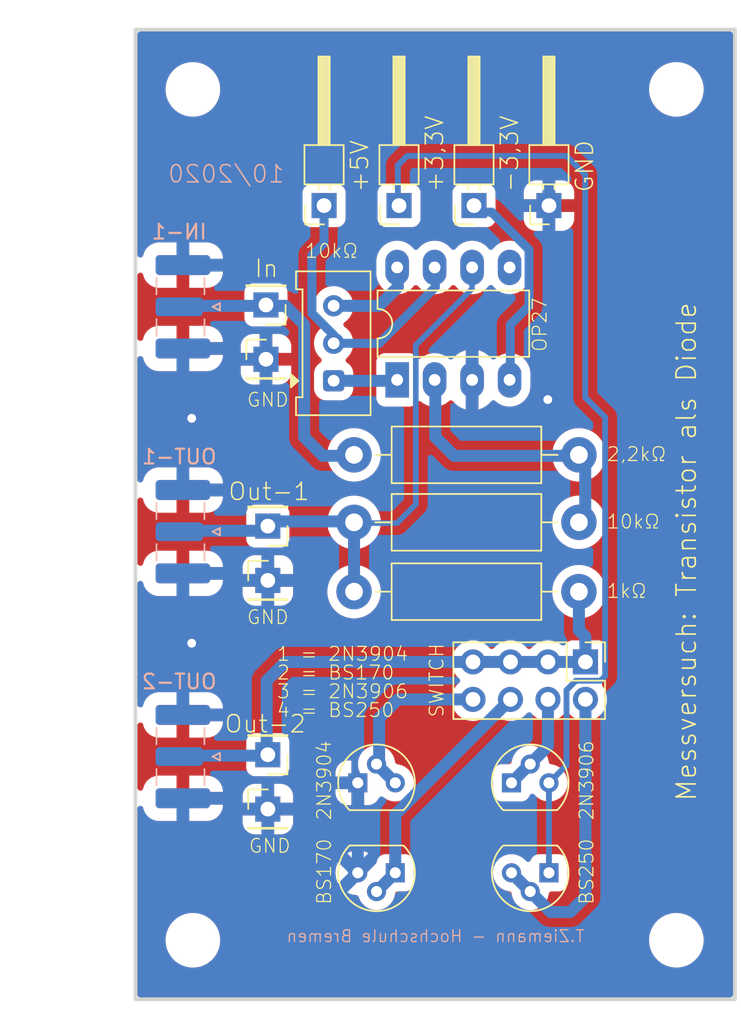
<source format=kicad_pcb>
(kicad_pcb (version 20241229) (generator "pcbnew") (generator_version "9.0")
  (title_block (title "Transistors as Diodes") (date "2024-11-26") (rev "1.1"))
  (layers (0 "F.Cu" signal) (2 "B.Cu" signal) (13 "F.Paste" user) (15 "B.Paste" user) (5 "F.SilkS" user "F.Silkscreen") (7 "B.SilkS" user "B.Silkscreen") (1 "F.Mask" user) (3 "B.Mask" user) (25 "Edge.Cuts" user))
  (net 0 "")
  (net 1 "GND")
  (net 2 "/IN-1")
  (net 3 "/OUT-1")
  (net 4 "/OUT-2")
  (net 5 "/2N3904")
  (net 6 "/BS170")
  (net 7 "/2N3906")
  (net 8 "/BS250")
  (net 9 "Net-(U1--)")
  (net 11 "Net-(RV1-Pad3)")
  (net 12 "Net-(RV1-Pad1)")
  (net 13 "+3V3")
  (net 14 "-3V3")
  (net 15 "+5V")
  (footprint "MountingHole:MountingHole_3.2mm_M3" (layer "F.Cu") (at 157.3049 56.01465)
    (property "Reference" "H2" (hide yes))
    (property "Value" "MountingHole" (hide yes))
    (pad "" np_thru_hole circle (at 0 0) (size 3.2 3.2) (drill 3.2) (layers "*.Cu" "*.Mask"))
  )
  (footprint "Connector_PinHeader_2.54mm:PinHeader_1x01_P2.54mm_Vertical" (layer "F.Cu") (at 129.6189 101.09965 180)
    (property "Reference" "OUT-4" (hide yes))
    (property "Value" "Conn_01x01_Pin" (hide yes))
    (fp_line (start 1.33 1.27) (end 1.33 1.33) (stroke (width 0.12)) (layer "F.SilkS"))
    (fp_line (start -1.33 1.33) (end 1.33 1.33) (stroke (width 0.12)) (layer "F.SilkS"))
    (fp_line (start -1.33 1.27) (end 1.33 1.27) (stroke (width 0.12)) (layer "F.SilkS"))
    (fp_line (start -1.33 1.27) (end -1.33 1.33) (stroke (width 0.12)) (layer "F.SilkS"))
    (fp_line (start -1.33 0) (end -1.33 -1.33) (stroke (width 0.12)) (layer "F.SilkS"))
    (fp_line (start -1.33 -1.33) (end 0 -1.33) (stroke (width 0.12)) (layer "F.SilkS"))
    (pad "1" thru_hole rect (at 0 0 180) (size 1.7 1.7) (drill 1) (layers "*.Cu" "*.Mask") (net 4 "/OUT-2"))
  )
  (footprint "Connector_PinHeader_2.54mm:PinHeader_1x01_P2.54mm_Vertical" (layer "F.Cu") (at 129.4919 70.61965 180)
    (property "Reference" "IN-2" (hide yes))
    (property "Value" "Conn_01x01_Pin" (hide yes))
    (fp_line (start 1.33 1.27) (end 1.33 1.33) (stroke (width 0.12)) (layer "F.SilkS"))
    (fp_line (start -1.33 1.33) (end 1.33 1.33) (stroke (width 0.12)) (layer "F.SilkS"))
    (fp_line (start -1.33 1.27) (end 1.33 1.27) (stroke (width 0.12)) (layer "F.SilkS"))
    (fp_line (start -1.33 1.27) (end -1.33 1.33) (stroke (width 0.12)) (layer "F.SilkS"))
    (fp_line (start -1.33 0) (end -1.33 -1.33) (stroke (width 0.12)) (layer "F.SilkS"))
    (fp_line (start -1.33 -1.33) (end 0 -1.33) (stroke (width 0.12)) (layer "F.SilkS"))
    (pad "1" thru_hole rect (at 0 0 180) (size 1.7 1.7) (drill 1) (layers "*.Cu" "*.Mask") (net 2 "/IN-1"))
  )
  (footprint "Package_DIP:DIP-8_W7.62mm_LongPads" (layer "F.Cu") (at 138.3819 75.69965 90)
    (property "Reference" "U1" (hide yes))
    (property "Value" "~")
    (fp_line (start 6.06 -1.33) (end 4.81 -1.33) (stroke (width 0.12)) (layer "F.SilkS"))
    (fp_line (start 2.81 -1.33) (end 1.56 -1.33) (stroke (width 0.12)) (layer "F.SilkS"))
    (fp_line (start 1.56 -1.33) (end 1.56 8.95) (stroke (width 0.12)) (layer "F.SilkS"))
    (fp_line (start 6.06 8.95) (end 6.06 -1.33) (stroke (width 0.12)) (layer "F.SilkS"))
    (fp_line (start 1.56 8.95) (end 6.06 8.95) (stroke (width 0.12)) (layer "F.SilkS"))
    (fp_arc (start 4.81 -1.33) (mid 3.81 -0.33) (end 2.81 -1.33) (stroke (width 0.12)) (layer "F.SilkS"))
    (pad "1" thru_hole rect (at 0 0 90) (size 2.4 1.6) (drill 0.8) (layers "*.Cu" "*.Mask") (net 12 "Net-(RV1-Pad1)"))
    (pad "2" thru_hole oval (at 0 2.54 90) (size 2.4 1.6) (drill 0.8) (layers "*.Cu" "*.Mask") (net 9 "Net-(U1--)"))
    (pad "3" thru_hole oval (at 0 5.08 90) (size 2.4 1.6) (drill 0.8) (layers "*.Cu" "*.Mask") (net 1 "GND"))
    (pad "4" thru_hole oval (at 0 7.62 90) (size 2.4 1.6) (drill 0.8) (layers "*.Cu" "*.Mask") (net 14 "-3V3"))
    (pad "5" thru_hole oval (at 7.62 7.62 90) (size 2.4 1.6) (drill 0.8) (layers "*.Cu" "*.Mask"))
    (pad "6" thru_hole oval (at 7.62 5.08 90) (size 2.4 1.6) (drill 0.8) (layers "*.Cu" "*.Mask") (net 3 "/OUT-1"))
    (pad "7" thru_hole oval (at 7.62 2.54 90) (size 2.4 1.6) (drill 0.8) (layers "*.Cu" "*.Mask") (net 15 "+5V"))
    (pad "8" thru_hole oval (at 7.62 0 90) (size 2.4 1.6) (drill 0.8) (layers "*.Cu" "*.Mask") (net 11 "Net-(RV1-Pad3)"))
  )
  (footprint "Connector_PinHeader_2.54mm:PinHeader_1x01_P2.54mm_Vertical" (layer "F.Cu") (at 129.6189 85.60565 180)
    (property "Reference" "OUT-3" (hide yes))
    (property "Value" "Conn_01x01_Pin")
    (fp_line (start 1.33 1.27) (end 1.33 1.33) (stroke (width 0.12)) (layer "F.SilkS"))
    (fp_line (start -1.33 1.33) (end 1.33 1.33) (stroke (width 0.12)) (layer "F.SilkS"))
    (fp_line (start -1.33 1.27) (end 1.33 1.27) (stroke (width 0.12)) (layer "F.SilkS"))
    (fp_line (start -1.33 1.27) (end -1.33 1.33) (stroke (width 0.12)) (layer "F.SilkS"))
    (fp_line (start -1.33 0) (end -1.33 -1.33) (stroke (width 0.12)) (layer "F.SilkS"))
    (fp_line (start -1.33 -1.33) (end 0 -1.33) (stroke (width 0.12)) (layer "F.SilkS"))
    (pad "1" thru_hole rect (at 0 0 180) (size 1.7 1.7) (drill 1) (layers "*.Cu" "*.Mask") (net 3 "/OUT-1"))
  )
  (footprint "Connector_PinHeader_2.54mm:PinHeader_1x01_P2.54mm_Vertical" (layer "F.Cu") (at 129.4919 74.30265)
    (property "Reference" "GND1" (hide yes))
    (property "Value" "Conn_01x01_Pin")
    (fp_line (start -1.33 -1.33) (end 0 -1.33) (stroke (width 0.12)) (layer "F.SilkS"))
    (fp_line (start -1.33 0) (end -1.33 -1.33) (stroke (width 0.12)) (layer "F.SilkS"))
    (fp_line (start -1.33 1.27) (end -1.33 1.33) (stroke (width 0.12)) (layer "F.SilkS"))
    (fp_line (start -1.33 1.27) (end 1.33 1.27) (stroke (width 0.12)) (layer "F.SilkS"))
    (fp_line (start -1.33 1.33) (end 1.33 1.33) (stroke (width 0.12)) (layer "F.SilkS"))
    (fp_line (start 1.33 1.27) (end 1.33 1.33) (stroke (width 0.12)) (layer "F.SilkS"))
    (pad "1" thru_hole rect (at 0 0) (size 1.7 1.7) (drill 1) (layers "*.Cu" "*.Mask") (net 1 "GND"))
  )
  (footprint "Resistor_THT:R_Axial_DIN0411_L9.9mm_D3.6mm_P15.24mm_Horizontal" (layer "F.Cu") (at 135.4609 90.05065)
    (property "Reference" "R3" (hide yes))
    (property "Value" "1k")
    (fp_line (start 1.44 0) (end 2.55 0) (stroke (width 0.12)) (layer "F.SilkS"))
    (fp_line (start 2.55 -1.92) (end 2.55 1.92) (stroke (width 0.12)) (layer "F.SilkS"))
    (fp_line (start 2.55 1.92) (end 12.69 1.92) (stroke (width 0.12)) (layer "F.SilkS"))
    (fp_line (start 12.69 -1.92) (end 2.55 -1.92) (stroke (width 0.12)) (layer "F.SilkS"))
    (fp_line (start 12.69 1.92) (end 12.69 -1.92) (stroke (width 0.12)) (layer "F.SilkS"))
    (fp_line (start 13.8 0) (end 12.69 0) (stroke (width 0.12)) (layer "F.SilkS"))
    (pad "1" thru_hole circle (at 0 0) (size 2.4 2.4) (drill 1.2) (layers "*.Cu" "*.Mask") (net 3 "/OUT-1"))
    (pad "2" thru_hole oval (at 15.24 0) (size 2.4 2.4) (drill 1.2) (layers "*.Cu" "*.Mask") (net 4 "/OUT-2"))
  )
  (footprint "Package_TO_SOT_THT:TO-92" (layer "F.Cu") (at 148.6689 109.10065 180)
    (property "Reference" "Q4" (hide yes))
    (property "Value" "BS250")
    (fp_line (start -0.53 1.85) (end 3.07 1.85) (stroke (width 0.12)) (layer "F.SilkS"))
    (fp_arc (start 1.27 -2.6) (mid 3.672087 -0.994977) (end 3.108478 1.838478) (stroke (width 0.12)) (layer "F.SilkS"))
    (fp_arc (start -0.568478 1.838478) (mid -1.132087 -0.994977) (end 1.27 -2.6) (stroke (width 0.12)) (layer "F.SilkS"))
    (pad "1" thru_hole rect (at 0 0 180) (size 1.3 1.3) (drill 0.75) (layers "*.Cu" "*.Mask") (net 13 "+3V3"))
    (pad "2" thru_hole circle (at 1.27 -1.27 180) (size 1.3 1.3) (drill 0.75) (layers "*.Cu" "*.Mask") (net 8 "/BS250"))
    (pad "3" thru_hole circle (at 2.54 0 180) (size 1.3 1.3) (drill 0.75) (layers "*.Cu" "*.Mask") (net 8 "/BS250"))
  )
  (footprint "MountingHole:MountingHole_3.2mm_M3" (layer "F.Cu") (at 124.5389 56.01465)
    (property "Reference" "H1" (hide yes))
    (property "Value" "MountingHole" (hide yes))
    (pad "" np_thru_hole circle (at 0 0) (size 3.2 3.2) (drill 3.2) (layers "*.Cu" "*.Mask"))
  )
  (footprint "Resistor_THT:R_Axial_DIN0411_L9.9mm_D3.6mm_P15.24mm_Horizontal" (layer "F.Cu") (at 150.7009 85.35165 180)
    (property "Reference" "R2" (hide yes))
    (property "Value" "10k")
    (fp_line (start 13.8 0) (end 12.69 0) (stroke (width 0.12)) (layer "F.SilkS"))
    (fp_line (start 12.69 1.92) (end 12.69 -1.92) (stroke (width 0.12)) (layer "F.SilkS"))
    (fp_line (start 12.69 -1.92) (end 2.55 -1.92) (stroke (width 0.12)) (layer "F.SilkS"))
    (fp_line (start 2.55 1.92) (end 12.69 1.92) (stroke (width 0.12)) (layer "F.SilkS"))
    (fp_line (start 2.55 -1.92) (end 2.55 1.92) (stroke (width 0.12)) (layer "F.SilkS"))
    (fp_line (start 1.44 0) (end 2.55 0) (stroke (width 0.12)) (layer "F.SilkS"))
    (pad "1" thru_hole circle (at 0 0 180) (size 2.4 2.4) (drill 1.2) (layers "*.Cu" "*.Mask") (net 9 "Net-(U1--)"))
    (pad "2" thru_hole oval (at 15.24 0 180) (size 2.4 2.4) (drill 1.2) (layers "*.Cu" "*.Mask") (net 3 "/OUT-1"))
  )
  (footprint "Connector_PinHeader_2.54mm:PinHeader_1x01_P2.54mm_Horizontal" (layer "F.Cu") (at 138.5089 63.88865 90)
    (property "Reference" "+2" (hide yes))
    (property "Value" "Conn_01x01_Pin" (hide yes))
    (fp_line (start 4.1 -1.33) (end 1.44 -1.33) (stroke (width 0.12)) (layer "F.SilkS"))
    (fp_line (start 1.44 -1.33) (end 1.44 1.33) (stroke (width 0.12)) (layer "F.SilkS"))
    (fp_line (start -1.27 -1.27) (end 0 -1.27) (stroke (width 0.12)) (layer "F.SilkS"))
    (fp_line (start 10.1 -0.38) (end 10.1 0.38) (stroke (width 0.12)) (layer "F.SilkS"))
    (fp_line (start 4.1 -0.38) (end 10.1 -0.38) (stroke (width 0.12)) (layer "F.SilkS"))
    (fp_line (start 1.11 -0.38) (end 1.44 -0.38) (stroke (width 0.12)) (layer "F.SilkS"))
    (fp_line (start 4.1 -0.32) (end 10.1 -0.32) (stroke (width 0.12)) (layer "F.SilkS"))
    (fp_line (start 4.1 -0.2) (end 10.1 -0.2) (stroke (width 0.12)) (layer "F.SilkS"))
    (fp_line (start 4.1 -0.08) (end 10.1 -0.08) (stroke (width 0.12)) (layer "F.SilkS"))
    (fp_line (start -1.27 0) (end -1.27 -1.27) (stroke (width 0.12)) (layer "F.SilkS"))
    (fp_line (start 4.1 0.04) (end 10.1 0.04) (stroke (width 0.12)) (layer "F.SilkS"))
    (fp_line (start 4.1 0.16) (end 10.1 0.16) (stroke (width 0.12)) (layer "F.SilkS"))
    (fp_line (start 4.1 0.28) (end 10.1 0.28) (stroke (width 0.12)) (layer "F.SilkS"))
    (fp_line (start 10.1 0.38) (end 4.1 0.38) (stroke (width 0.12)) (layer "F.SilkS"))
    (fp_line (start 1.11 0.38) (end 1.44 0.38) (stroke (width 0.12)) (layer "F.SilkS"))
    (fp_line (start 4.1 1.33) (end 4.1 -1.33) (stroke (width 0.12)) (layer "F.SilkS"))
    (fp_line (start 1.44 1.33) (end 4.1 1.33) (stroke (width 0.12)) (layer "F.SilkS"))
    (pad "1" thru_hole rect (at 0 0 90) (size 1.7 1.7) (drill 1) (layers "*.Cu" "*.Mask") (net 13 "+3V3"))
  )
  (footprint "MountingHole:MountingHole_3.2mm_M3" (layer "F.Cu") (at 124.5389 113.67265)
    (property "Reference" "H3" (hide yes))
    (property "Value" "MountingHole" (hide yes))
    (pad "" np_thru_hole circle (at 0 0) (size 3.2 3.2) (drill 3.2) (layers "*.Cu" "*.Mask"))
  )
  (footprint "Connector_PinHeader_2.54mm:PinHeader_1x01_P2.54mm_Horizontal" (layer "F.Cu") (at 133.4289 63.88865 90)
    (property "Reference" "ST01" (hide yes))
    (property "Value" "Conn_01x01_Pin" (hide yes))
    (fp_line (start 4.1 -1.33) (end 1.44 -1.33) (stroke (width 0.12)) (layer "F.SilkS"))
    (fp_line (start 1.44 -1.33) (end 1.44 1.33) (stroke (width 0.12)) (layer "F.SilkS"))
    (fp_line (start -1.27 -1.27) (end 0 -1.27) (stroke (width 0.12)) (layer "F.SilkS"))
    (fp_line (start 10.1 -0.38) (end 10.1 0.38) (stroke (width 0.12)) (layer "F.SilkS"))
    (fp_line (start 4.1 -0.38) (end 10.1 -0.38) (stroke (width 0.12)) (layer "F.SilkS"))
    (fp_line (start 1.11 -0.38) (end 1.44 -0.38) (stroke (width 0.12)) (layer "F.SilkS"))
    (fp_line (start 4.1 -0.32) (end 10.1 -0.32) (stroke (width 0.12)) (layer "F.SilkS"))
    (fp_line (start 4.1 -0.2) (end 10.1 -0.2) (stroke (width 0.12)) (layer "F.SilkS"))
    (fp_line (start 4.1 -0.08) (end 10.1 -0.08) (stroke (width 0.12)) (layer "F.SilkS"))
    (fp_line (start -1.27 0) (end -1.27 -1.27) (stroke (width 0.12)) (layer "F.SilkS"))
    (fp_line (start 4.1 0.04) (end 10.1 0.04) (stroke (width 0.12)) (layer "F.SilkS"))
    (fp_line (start 4.1 0.16) (end 10.1 0.16) (stroke (width 0.12)) (layer "F.SilkS"))
    (fp_line (start 4.1 0.28) (end 10.1 0.28) (stroke (width 0.12)) (layer "F.SilkS"))
    (fp_line (start 10.1 0.38) (end 4.1 0.38) (stroke (width 0.12)) (layer "F.SilkS"))
    (fp_line (start 1.11 0.38) (end 1.44 0.38) (stroke (width 0.12)) (layer "F.SilkS"))
    (fp_line (start 4.1 1.33) (end 4.1 -1.33) (stroke (width 0.12)) (layer "F.SilkS"))
    (fp_line (start 1.44 1.33) (end 4.1 1.33) (stroke (width 0.12)) (layer "F.SilkS"))
    (pad "1" thru_hole rect (at 0 0 90) (size 1.7 1.7) (drill 1) (layers "*.Cu" "*.Mask") (net 15 "+5V"))
  )
  (footprint "Connector_PinHeader_2.54mm:PinHeader_1x01_P2.54mm_Horizontal" (layer "F.Cu") (at 143.5889 63.88865 90)
    (property "Reference" "-1" (hide yes))
    (property "Value" "Conn_01x01_Pin" (hide yes))
    (fp_line (start 4.1 -1.33) (end 1.44 -1.33) (stroke (width 0.12)) (layer "F.SilkS"))
    (fp_line (start 1.44 -1.33) (end 1.44 1.33) (stroke (width 0.12)) (layer "F.SilkS"))
    (fp_line (start -1.27 -1.27) (end 0 -1.27) (stroke (width 0.12)) (layer "F.SilkS"))
    (fp_line (start 10.1 -0.38) (end 10.1 0.38) (stroke (width 0.12)) (layer "F.SilkS"))
    (fp_line (start 4.1 -0.38) (end 10.1 -0.38) (stroke (width 0.12)) (layer "F.SilkS"))
    (fp_line (start 1.11 -0.38) (end 1.44 -0.38) (stroke (width 0.12)) (layer "F.SilkS"))
    (fp_line (start 4.1 -0.32) (end 10.1 -0.32) (stroke (width 0.12)) (layer "F.SilkS"))
    (fp_line (start 4.1 -0.2) (end 10.1 -0.2) (stroke (width 0.12)) (layer "F.SilkS"))
    (fp_line (start 4.1 -0.08) (end 10.1 -0.08) (stroke (width 0.12)) (layer "F.SilkS"))
    (fp_line (start -1.27 0) (end -1.27 -1.27) (stroke (width 0.12)) (layer "F.SilkS"))
    (fp_line (start 4.1 0.04) (end 10.1 0.04) (stroke (width 0.12)) (layer "F.SilkS"))
    (fp_line (start 4.1 0.16) (end 10.1 0.16) (stroke (width 0.12)) (layer "F.SilkS"))
    (fp_line (start 4.1 0.28) (end 10.1 0.28) (stroke (width 0.12)) (layer "F.SilkS"))
    (fp_line (start 10.1 0.38) (end 4.1 0.38) (stroke (width 0.12)) (layer "F.SilkS"))
    (fp_line (start 1.11 0.38) (end 1.44 0.38) (stroke (width 0.12)) (layer "F.SilkS"))
    (fp_line (start 4.1 1.33) (end 4.1 -1.33) (stroke (width 0.12)) (layer "F.SilkS"))
    (fp_line (start 1.44 1.33) (end 4.1 1.33) (stroke (width 0.12)) (layer "F.SilkS"))
    (pad "1" thru_hole rect (at 0 0 90) (size 1.7 1.7) (drill 1) (layers "*.Cu" "*.Mask") (net 14 "-3V3"))
  )
  (footprint "MountingHole:MountingHole_3.2mm_M3" (layer "F.Cu") (at 157.3049 113.67265)
    (property "Reference" "H4" (hide yes))
    (property "Value" "MountingHole" (hide yes))
    (pad "" np_thru_hole circle (at 0 0) (size 3.2 3.2) (drill 3.2) (layers "*.Cu" "*.Mask"))
  )
  (footprint "Potentiometer_THT:Potentiometer_Bourns_3386W_Horizontal" (layer "F.Cu") (at 134.07899 75.758883 90)
    (property "Reference" "RV1" (hide yes))
    (property "Value" "10k")
    (fp_line (start 6.195 -2.55) (end 7.415 -2.55) (stroke (width 0.12)) (layer "F.SilkS"))
    (fp_line (start 6.195 -2.55) (end 6.195 -2.11) (stroke (width 0.12)) (layer "F.SilkS"))
    (fp_line (start -1.115 -2.55) (end -2.335 -2.55) (stroke (width 0.12)) (layer "F.SilkS"))
    (fp_line (start -1.115 -2.55) (end -1.115 -2.11) (stroke (width 0.12)) (layer "F.SilkS"))
    (fp_line (start -2.335 -2.55) (end -2.335 2.5) (stroke (width 0.12)) (layer "F.SilkS"))
    (fp_line (start -1.115 -2.11) (end 6.195 -2.11) (stroke (width 0.12)) (layer "F.SilkS"))
    (fp_line (start 7.415 2.5) (end 7.415 -2.55) (stroke (width 0.12)) (layer "F.SilkS"))
    (fp_line (start -2.335 2.5) (end 7.415 2.5) (stroke (width 0.12)) (layer "F.SilkS"))
    (fp_poly (pts (xy 0 -2.4) (xy 0.45 -2.9) (xy -0.45 -2.9)) (stroke (width 0.12)) (fill yes) (layer "F.SilkS"))
    (pad "1" thru_hole roundrect (at 0 0 180) (size 1.44 1.44) (drill 0.8) (layers "*.Cu" "*.Mask") (roundrect_rratio 0.1736111111) (net 12 "Net-(RV1-Pad1)"))
    (pad "2" thru_hole circle (at 2.54 0 180) (size 1.44 1.44) (drill 0.8) (layers "*.Cu" "*.Mask") (net 15 "+5V"))
    (pad "3" thru_hole circle (at 5.08 0 180) (size 1.44 1.44) (drill 0.8) (layers "*.Cu" "*.Mask") (net 11 "Net-(RV1-Pad3)"))
  )
  (footprint "Resistor_THT:R_Axial_DIN0411_L9.9mm_D3.6mm_P15.24mm_Horizontal" (layer "F.Cu") (at 135.4609 80.77965)
    (property "Reference" "R1" (hide yes))
    (property "Value" "22k")
    (fp_line (start 1.44 0) (end 2.55 0) (stroke (width 0.12)) (layer "F.SilkS"))
    (fp_line (start 2.55 -1.92) (end 2.55 1.92) (stroke (width 0.12)) (layer "F.SilkS"))
    (fp_line (start 2.55 1.92) (end 12.69 1.92) (stroke (width 0.12)) (layer "F.SilkS"))
    (fp_line (start 12.69 -1.92) (end 2.55 -1.92) (stroke (width 0.12)) (layer "F.SilkS"))
    (fp_line (start 12.69 1.92) (end 12.69 -1.92) (stroke (width 0.12)) (layer "F.SilkS"))
    (fp_line (start 13.8 0) (end 12.69 0) (stroke (width 0.12)) (layer "F.SilkS"))
    (pad "1" thru_hole circle (at 0 0) (size 2.4 2.4) (drill 1.2) (layers "*.Cu" "*.Mask") (net 2 "/IN-1"))
    (pad "2" thru_hole oval (at 15.24 0) (size 2.4 2.4) (drill 1.2) (layers "*.Cu" "*.Mask") (net 9 "Net-(U1--)"))
  )
  (footprint "Connector_PinHeader_2.54mm:PinHeader_1x01_P2.54mm_Vertical" (layer "F.Cu") (at 129.6189 104.78265)
    (property "Reference" "GND3" (hide yes))
    (property "Value" "Conn_01x01_Pin")
    (fp_line (start -1.33 -1.33) (end 0 -1.33) (stroke (width 0.12)) (layer "F.SilkS"))
    (fp_line (start -1.33 0) (end -1.33 -1.33) (stroke (width 0.12)) (layer "F.SilkS"))
    (fp_line (start -1.33 1.27) (end -1.33 1.33) (stroke (width 0.12)) (layer "F.SilkS"))
    (fp_line (start -1.33 1.27) (end 1.33 1.27) (stroke (width 0.12)) (layer "F.SilkS"))
    (fp_line (start -1.33 1.33) (end 1.33 1.33) (stroke (width 0.12)) (layer "F.SilkS"))
    (fp_line (start 1.33 1.27) (end 1.33 1.33) (stroke (width 0.12)) (layer "F.SilkS"))
    (pad "1" thru_hole rect (at 0 0) (size 1.7 1.7) (drill 1) (layers "*.Cu" "*.Mask") (net 1 "GND"))
  )
  (footprint "Connector_PinHeader_2.54mm:PinHeader_2x04_P2.54mm_Vertical" (layer "F.Cu") (at 151.142023 94.810766 -90)
    (property "Reference" "JumperTransistorauswahl1" (hide yes))
    (property "Value" "Conn_02x04_Odd_Even")
    (fp_line (start -1.33 8.95) (end 3.87 8.95) (stroke (width 0.12)) (layer "F.SilkS"))
    (fp_line (start -1.33 1.27) (end -1.33 8.95) (stroke (width 0.12)) (layer "F.SilkS"))
    (fp_line (start -1.33 1.27) (end 1.27 1.27) (stroke (width 0.12)) (layer "F.SilkS"))
    (fp_line (start 1.27 1.27) (end 1.27 -1.33) (stroke (width 0.12)) (layer "F.SilkS"))
    (fp_line (start -1.33 0) (end -1.33 -1.33) (stroke (width 0.12)) (layer "F.SilkS"))
    (fp_line (start -1.33 -1.33) (end 0 -1.33) (stroke (width 0.12)) (layer "F.SilkS"))
    (fp_line (start 1.27 -1.33) (end 3.87 -1.33) (stroke (width 0.12)) (layer "F.SilkS"))
    (fp_line (start 3.87 -1.33) (end 3.87 8.95) (stroke (width 0.12)) (layer "F.SilkS"))
    (pad "1" thru_hole rect (at 0 0 270) (size 1.7 1.7) (drill 1) (layers "*.Cu" "*.Mask") (net 4 "/OUT-2"))
    (pad "2" thru_hole oval (at 2.54 0 270) (size 1.7 1.7) (drill 1) (layers "*.Cu" "*.Mask") (net 8 "/BS250"))
    (pad "3" thru_hole oval (at 0 2.54 270) (size 1.7 1.7) (drill 1) (layers "*.Cu" "*.Mask") (net 4 "/OUT-2"))
    (pad "4" thru_hole oval (at 2.54 2.54 270) (size 1.7 1.7) (drill 1) (layers "*.Cu" "*.Mask") (net 6 "/BS170"))
    (pad "5" thru_hole oval (at 0 5.08 270) (size 1.7 1.7) (drill 1) (layers "*.Cu" "*.Mask") (net 4 "/OUT-2"))
    (pad "6" thru_hole oval (at 2.54 5.08 270) (size 1.7 1.7) (drill 1) (layers "*.Cu" "*.Mask") (net 7 "/2N3906"))
    (pad "7" thru_hole oval (at 0 7.62 270) (size 1.7 1.7) (drill 1) (layers "*.Cu" "*.Mask") (net 4 "/OUT-2"))
    (pad "8" thru_hole oval (at 2.54 7.62 270) (size 1.7 1.7) (drill 1) (layers "*.Cu" "*.Mask") (net 5 "/2N3904"))
  )
  (footprint "Package_TO_SOT_THT:TO-92" (layer "F.Cu") (at 138.2549 109.10065 180)
    (property "Reference" "Q3" (hide yes))
    (property "Value" "BS170")
    (fp_line (start -0.53 1.85) (end 3.07 1.85) (stroke (width 0.12)) (layer "F.SilkS"))
    (fp_arc (start 1.27 -2.6) (mid 3.672087 -0.994977) (end 3.108478 1.838478) (stroke (width 0.12)) (layer "F.SilkS"))
    (fp_arc (start -0.568478 1.838478) (mid -1.132087 -0.994977) (end 1.27 -2.6) (stroke (width 0.12)) (layer "F.SilkS"))
    (pad "1" thru_hole rect (at 0 0 180) (size 1.3 1.3) (drill 0.75) (layers "*.Cu" "*.Mask") (net 7 "/2N3906"))
    (pad "2" thru_hole circle (at 1.27 -1.27 180) (size 1.3 1.3) (drill 0.75) (layers "*.Cu" "*.Mask") (net 7 "/2N3906"))
    (pad "3" thru_hole circle (at 2.54 0 180) (size 1.3 1.3) (drill 0.75) (layers "*.Cu" "*.Mask") (net 1 "GND"))
  )
  (footprint "Package_TO_SOT_THT:TO-92" (layer "F.Cu") (at 135.7149 103.00465)
    (property "Reference" "Q1" (hide yes))
    (property "Value" "2N3904")
    (fp_line (start -0.53 1.85) (end 3.07 1.85) (stroke (width 0.12)) (layer "F.SilkS"))
    (fp_arc (start -0.568478 1.838478) (mid -1.132087 -0.994977) (end 1.27 -2.6) (stroke (width 0.12)) (layer "F.SilkS"))
    (fp_arc (start 1.27 -2.6) (mid 3.672087 -0.994977) (end 3.108478 1.838478) (stroke (width 0.12)) (layer "F.SilkS"))
    (pad "1" thru_hole rect (at 0 0) (size 1.3 1.3) (drill 0.75) (layers "*.Cu" "*.Mask") (net 1 "GND"))
    (pad "2" thru_hole circle (at 1.27 -1.27) (size 1.3 1.3) (drill 0.75) (layers "*.Cu" "*.Mask") (net 5 "/2N3904"))
    (pad "3" thru_hole circle (at 2.54 0) (size 1.3 1.3) (drill 0.75) (layers "*.Cu" "*.Mask") (net 5 "/2N3904"))
  )
  (footprint "Package_TO_SOT_THT:TO-92" (layer "F.Cu") (at 146.1289 103.00465)
    (property "Reference" "Q2" (hide yes))
    (property "Value" "2N3906")
    (fp_line (start -0.53 1.85) (end 3.07 1.85) (stroke (width 0.12)) (layer "F.SilkS"))
    (fp_arc (start -0.568478 1.838478) (mid -1.132087 -0.994977) (end 1.27 -2.6) (stroke (width 0.12)) (layer "F.SilkS"))
    (fp_arc (start 1.27 -2.6) (mid 3.672087 -0.994977) (end 3.108478 1.838478) (stroke (width 0.12)) (layer "F.SilkS"))
    (pad "1" thru_hole rect (at 0 0) (size 1.3 1.3) (drill 0.75) (layers "*.Cu" "*.Mask") (net 6 "/BS170"))
    (pad "2" thru_hole circle (at 1.27 -1.27) (size 1.3 1.3) (drill 0.75) (layers "*.Cu" "*.Mask") (net 6 "/BS170"))
    (pad "3" thru_hole circle (at 2.54 0) (size 1.3 1.3) (drill 0.75) (layers "*.Cu" "*.Mask") (net 13 "+3V3"))
  )
  (footprint "Connector_PinHeader_2.54mm:PinHeader_1x01_P2.54mm_Horizontal" (layer "F.Cu") (at 148.6689 63.88865 90)
    (property "Reference" "J1" (hide yes))
    (property "Value" "Conn_01x01_Pin" (hide yes))
    (fp_line (start 4.1 -1.33) (end 1.44 -1.33) (stroke (width 0.12)) (layer "F.SilkS"))
    (fp_line (start 1.44 -1.33) (end 1.44 1.33) (stroke (width 0.12)) (layer "F.SilkS"))
    (fp_line (start -1.27 -1.27) (end 0 -1.27) (stroke (width 0.12)) (layer "F.SilkS"))
    (fp_line (start 10.1 -0.38) (end 10.1 0.38) (stroke (width 0.12)) (layer "F.SilkS"))
    (fp_line (start 4.1 -0.38) (end 10.1 -0.38) (stroke (width 0.12)) (layer "F.SilkS"))
    (fp_line (start 1.11 -0.38) (end 1.44 -0.38) (stroke (width 0.12)) (layer "F.SilkS"))
    (fp_line (start 4.1 -0.32) (end 10.1 -0.32) (stroke (width 0.12)) (layer "F.SilkS"))
    (fp_line (start 4.1 -0.2) (end 10.1 -0.2) (stroke (width 0.12)) (layer "F.SilkS"))
    (fp_line (start 4.1 -0.08) (end 10.1 -0.08) (stroke (width 0.12)) (layer "F.SilkS"))
    (fp_line (start -1.27 0) (end -1.27 -1.27) (stroke (width 0.12)) (layer "F.SilkS"))
    (fp_line (start 4.1 0.04) (end 10.1 0.04) (stroke (width 0.12)) (layer "F.SilkS"))
    (fp_line (start 4.1 0.16) (end 10.1 0.16) (stroke (width 0.12)) (layer "F.SilkS"))
    (fp_line (start 4.1 0.28) (end 10.1 0.28) (stroke (width 0.12)) (layer "F.SilkS"))
    (fp_line (start 10.1 0.38) (end 4.1 0.38) (stroke (width 0.12)) (layer "F.SilkS"))
    (fp_line (start 1.11 0.38) (end 1.44 0.38) (stroke (width 0.12)) (layer "F.SilkS"))
    (fp_line (start 4.1 1.33) (end 4.1 -1.33) (stroke (width 0.12)) (layer "F.SilkS"))
    (fp_line (start 1.44 1.33) (end 4.1 1.33) (stroke (width 0.12)) (layer "F.SilkS"))
    (pad "1" thru_hole rect (at 0 0 90) (size 1.7 1.7) (drill 1) (layers "*.Cu" "*.Mask") (net 1 "GND"))
  )
  (footprint "Connector_PinHeader_2.54mm:PinHeader_1x01_P2.54mm_Vertical" (layer "F.Cu") (at 129.6189 89.28865)
    (property "Reference" "GND2" (hide yes))
    (property "Value" "Conn_01x01_Pin")
    (fp_line (start -1.33 -1.33) (end 0 -1.33) (stroke (width 0.12)) (layer "F.SilkS"))
    (fp_line (start -1.33 0) (end -1.33 -1.33) (stroke (width 0.12)) (layer "F.SilkS"))
    (fp_line (start -1.33 1.27) (end -1.33 1.33) (stroke (width 0.12)) (layer "F.SilkS"))
    (fp_line (start -1.33 1.27) (end 1.33 1.27) (stroke (width 0.12)) (layer "F.SilkS"))
    (fp_line (start -1.33 1.33) (end 1.33 1.33) (stroke (width 0.12)) (layer "F.SilkS"))
    (fp_line (start 1.33 1.27) (end 1.33 1.33) (stroke (width 0.12)) (layer "F.SilkS"))
    (pad "1" thru_hole rect (at 0 0) (size 1.7 1.7) (drill 1) (layers "*.Cu" "*.Mask") (net 1 "GND"))
  )
  (footprint "Connector_Coaxial:SMA_Samtec_SMA-J-P-H-ST-EM1_EdgeMount" (layer "B.Cu") (at 123.6134 101.22665 180)
    (property "Reference" "OUT-2" (at 0 5.08 0) (layer "B.SilkS") (effects (justify mirror)))
    (property "Value" "Conn_Coaxial" (hide yes))
    (fp_line (start 1.54 1.95) (end 1.54 0.84) (stroke (width 0.12)) (layer "B.SilkS"))
    (fp_line (start 1.54 -0.84) (end 1.54 -1.95) (stroke (width 0.12)) (layer "B.SilkS"))
    (fp_line (start -1.71 1.95) (end -1.71 0.84) (stroke (width 0.12)) (layer "B.SilkS"))
    (fp_line (start -1.71 -0.84) (end -1.71 -1.95) (stroke (width 0.12)) (layer "B.SilkS"))
    (fp_line (start -2.26 0) (end -2.76 -0.25) (stroke (width 0.12)) (layer "B.SilkS"))
    (fp_line (start -2.76 0.25) (end -2.26 0) (stroke (width 0.12)) (layer "B.SilkS"))
    (fp_line (start -2.76 -0.25) (end -2.76 0.25) (stroke (width 0.12)) (layer "B.SilkS"))
    (pad "1" smd roundrect (at 0 0 90) (size 1.27 3.2) (layers "B.Cu" "B.Mask") (roundrect_rratio 0.1968503937) (net 4 "/OUT-2"))
    (pad "2" smd roundrect (at -0.25 -2.825 90) (size 1.35 3.7) (layers "F.Cu" "F.Mask") (roundrect_rratio 0.1851851852) (net 1 "GND"))
    (pad "2" smd roundrect (at -0.25 -2.825 90) (size 1.35 3.7) (layers "B.Cu" "B.Mask") (roundrect_rratio 0.1851851852) (net 1 "GND"))
    (pad "2" smd roundrect (at -0.25 2.825 90) (size 1.35 3.7) (layers "F.Cu" "F.Mask") (roundrect_rratio 0.1851851852) (net 1 "GND"))
    (pad "2" smd roundrect (at -0.25 2.825 90) (size 1.35 3.7) (layers "B.Cu" "B.Mask") (roundrect_rratio 0.1851851852) (net 1 "GND"))
  )
  (footprint "Connector_Coaxial:SMA_Samtec_SMA-J-P-H-ST-EM1_EdgeMount" (layer "B.Cu") (at 123.6134 85.98665 180)
    (property "Reference" "OUT-1" (at 0 5.08 0) (layer "B.SilkS") (effects (justify mirror)))
    (property "Value" "Conn_Coaxial")
    (fp_line (start 1.54 1.95) (end 1.54 0.84) (stroke (width 0.12)) (layer "B.SilkS"))
    (fp_line (start 1.54 -0.84) (end 1.54 -1.95) (stroke (width 0.12)) (layer "B.SilkS"))
    (fp_line (start -1.71 1.95) (end -1.71 0.84) (stroke (width 0.12)) (layer "B.SilkS"))
    (fp_line (start -1.71 -0.84) (end -1.71 -1.95) (stroke (width 0.12)) (layer "B.SilkS"))
    (fp_line (start -2.26 0) (end -2.76 -0.25) (stroke (width 0.12)) (layer "B.SilkS"))
    (fp_line (start -2.76 0.25) (end -2.26 0) (stroke (width 0.12)) (layer "B.SilkS"))
    (fp_line (start -2.76 -0.25) (end -2.76 0.25) (stroke (width 0.12)) (layer "B.SilkS"))
    (pad "1" smd roundrect (at 0 0 90) (size 1.27 3.2) (layers "B.Cu" "B.Mask") (roundrect_rratio 0.1968503937) (net 3 "/OUT-1"))
    (pad "2" smd roundrect (at -0.25 -2.825 90) (size 1.35 3.7) (layers "F.Cu" "F.Mask") (roundrect_rratio 0.1851851852) (net 1 "GND"))
    (pad "2" smd roundrect (at -0.25 -2.825 90) (size 1.35 3.7) (layers "B.Cu" "B.Mask") (roundrect_rratio 0.1851851852) (net 1 "GND"))
    (pad "2" smd roundrect (at -0.25 2.825 90) (size 1.35 3.7) (layers "F.Cu" "F.Mask") (roundrect_rratio 0.1851851852) (net 1 "GND"))
    (pad "2" smd roundrect (at -0.25 2.825 90) (size 1.35 3.7) (layers "B.Cu" "B.Mask") (roundrect_rratio 0.1851851852) (net 1 "GND"))
  )
  (footprint "Connector_Coaxial:SMA_Samtec_SMA-J-P-H-ST-EM1_EdgeMount" (layer "B.Cu") (at 123.6134 70.74665 180)
    (property "Reference" "IN-1" (at 0 5.08 0) (layer "B.SilkS") (effects (justify mirror)))
    (property "Value" "Conn_Coaxial" (hide yes))
    (fp_line (start 1.54 1.95) (end 1.54 0.84) (stroke (width 0.12)) (layer "B.SilkS"))
    (fp_line (start 1.54 -0.84) (end 1.54 -1.95) (stroke (width 0.12)) (layer "B.SilkS"))
    (fp_line (start -1.71 1.95) (end -1.71 0.84) (stroke (width 0.12)) (layer "B.SilkS"))
    (fp_line (start -1.71 -0.84) (end -1.71 -1.95) (stroke (width 0.12)) (layer "B.SilkS"))
    (fp_line (start -2.26 0) (end -2.76 -0.25) (stroke (width 0.12)) (layer "B.SilkS"))
    (fp_line (start -2.76 0.25) (end -2.26 0) (stroke (width 0.12)) (layer "B.SilkS"))
    (fp_line (start -2.76 -0.25) (end -2.76 0.25) (stroke (width 0.12)) (layer "B.SilkS"))
    (pad "1" smd roundrect (at 0 0 90) (size 1.27 3.2) (layers "B.Cu" "B.Mask") (roundrect_rratio 0.1968503937) (net 2 "/IN-1"))
    (pad "2" smd roundrect (at -0.25 -2.825 90) (size 1.35 3.7) (layers "F.Cu" "F.Mask") (roundrect_rratio 0.1851851852) (net 1 "GND"))
    (pad "2" smd roundrect (at -0.25 -2.825 90) (size 1.35 3.7) (layers "B.Cu" "B.Mask") (roundrect_rratio 0.1851851852) (net 1 "GND"))
    (pad "2" smd roundrect (at -0.25 2.825 90) (size 1.35 3.7) (layers "F.Cu" "F.Mask") (roundrect_rratio 0.1851851852) (net 1 "GND"))
    (pad "2" smd roundrect (at -0.25 2.825 90) (size 1.35 3.7) (layers "B.Cu" "B.Mask") (roundrect_rratio 0.1851851852) (net 1 "GND"))
  )
  (gr_line (start 120.65 51.96325) (end 120.65 117.67325) (stroke (width 0.254)) (layer "Edge.Cuts"))
  (gr_line (start 161.27 117.67325) (end 161.27 51.96325) (stroke (width 0.254)) (layer "Edge.Cuts"))
  (gr_line (start 161.27 51.96325) (end 120.65 51.96325) (stroke (width 0.254)) (layer "Edge.Cuts"))
  (gr_line (start 120.65 117.67325) (end 161.27 117.67325) (stroke (width 0.254)) (layer "Edge.Cuts"))
  (gr_text "In" (at 128.651 68.834 0) (layer "F.SilkS") (effects (font (size 1.1684 1.1684) (thickness 0.1016)) (justify left bottom)))
  (gr_text "Out-1" (at 126.873 83.947 0) (layer "F.SilkS") (effects (font (size 1.1684 1.1684) (thickness 0.1016)) (justify left bottom)))
  (gr_text "OP27" (at 148.59 73.85825 90) (layer "F.SilkS") (effects (font (size 0.93472 0.93472) (thickness 0.08128)) (justify left bottom)))
  (gr_text "Out-2" (at 126.619 99.695 0) (layer "F.SilkS") (effects (font (size 1.1684 1.1684) (thickness 0.1016)) (justify left bottom)))
  (gr_text "-3,3V" (at 146.685 63.06325 90) (layer "F.SilkS") (effects (font (size 1.1684 1.1684) (thickness 0.1016)) (justify left bottom)))
  (gr_text "10kΩ" (at 152.527 85.852 0) (layer "F.SilkS") (effects (font (size 0.93472 0.93472) (thickness 0.08128)) (justify left bottom)))
  (gr_text "SWITCH" (at 141.605 98.62325 90) (layer "F.SilkS") (effects (font (size 0.93472 0.93472) (thickness 0.08128)) (justify left bottom)))
  (gr_text "1kΩ" (at 152.527 90.551 0) (layer "F.SilkS") (effects (font (size 0.93472 0.93472) (thickness 0.08128)) (justify left bottom)))
  (gr_text "10kΩ" (at 132.08 67.50825 0) (layer "F.SilkS") (effects (font (size 0.93472 0.93472) (thickness 0.08128)) (justify left bottom)))
  (gr_text "BS250" (at 151.765 111.32325 90) (layer "F.SilkS") (effects (font (size 0.93472 0.93472) (thickness 0.08128)) (justify left bottom)))
  (gr_text "2 = BS170" (at 130.175 96.08325 0) (layer "F.SilkS") (effects (font (size 0.93472 0.93472) (thickness 0.08128)) (justify left bottom)))
  (gr_text "2,2kΩ" (at 152.527 81.28 0) (layer "F.SilkS") (effects (font (size 0.93472 0.93472) (thickness 0.08128)) (justify left bottom)))
  (gr_text "1 = 2N3904" (at 130.175 94.81325 0) (layer "F.SilkS") (effects (font (size 0.93472 0.93472) (thickness 0.08128)) (justify left bottom)))
  (gr_text "GND" (at 128.143 77.597 0) (layer "F.SilkS") (effects (font (size 0.93472 0.93472) (thickness 0.08128)) (justify left bottom)))
  (gr_text "GND" (at 151.765 63.06325 90) (layer "F.SilkS") (effects (font (size 1.1684 1.1684) (thickness 0.1016)) (justify left bottom)))
  (gr_text "+3,3V" (at 141.605 63.06325 90) (layer "F.SilkS") (effects (font (size 1.1684 1.1684) (thickness 0.1016)) (justify left bottom)))
  (gr_text "BS170" (at 133.985 111.32325 90) (layer "F.SilkS") (effects (font (size 0.93472 0.93472) (thickness 0.08128)) (justify left bottom)))
  (gr_text "2N3906" (at 151.765 105.60825 90) (layer "F.SilkS") (effects (font (size 0.93472 0.93472) (thickness 0.08128)) (justify left bottom)))
  (gr_text "2N3904" (at 133.985 105.60825 90) (layer "F.SilkS") (effects (font (size 0.93472 0.93472) (thickness 0.08128)) (justify left bottom)))
  (gr_text "Messversuch: Transistor als Diode" (at 158.75 104.33825 90) (layer "F.SilkS") (effects (font (size 1.308608 1.308608) (thickness 0.113792)) (justify left bottom)))
  (gr_text "+5V" (at 136.525 63.06325 90) (layer "F.SilkS") (effects (font (size 1.1684 1.1684) (thickness 0.1016)) (justify left bottom)))
  (gr_text "4 = BS250" (at 130.175 98.62325 0) (layer "F.SilkS") (effects (font (size 0.93472 0.93472) (thickness 0.08128)) (justify left bottom)))
  (gr_text "GND" (at 128.143 92.329 0) (layer "F.SilkS") (effects (font (size 0.93472 0.93472) (thickness 0.08128)) (justify left bottom)))
  (gr_text "GND" (at 128.27 107.823 0) (layer "F.SilkS") (effects (font (size 0.93472 0.93472) (thickness 0.08128)) (justify left bottom)))
  (gr_text "3 = 2N3906" (at 130.175 97.35325 0) (layer "F.SilkS") (effects (font (size 0.93472 0.93472) (thickness 0.08128)) (justify left bottom)))
  (gr_text "T.Ziemann - Hochschule Bremen" (at 151.13 113.86325 0) (layer "B.SilkS") (effects (font (size 0.8 0.8) (thickness 0.085024)) (justify left bottom mirror)))
  (gr_text "10/2020" (at 130.81 62.42825 0) (layer "B.SilkS") (effects (font (size 1.1684 1.1684) (thickness 0.1016)) (justify left bottom mirror)))
  (via (at 124.46 93.54325) (size 1.4224) (drill 0.6) (layers "F.Cu" "B.Cu") (net 1))
  (via (at 148.59 77.03325) (size 1.4224) (drill 0.6) (layers "F.Cu" "B.Cu") (net 1))
  (via (at 124.46 78.30325) (size 1.4224) (drill 0.6) (layers "F.Cu" "B.Cu") (net 1))
  (segment (start 135.7149 103.00465) (end 135.7149 109.10065) (width 0.8128) (layer "B.Cu") (net 1))
  (segment (start 135.89 108.92555) (end 135.7149 109.10065) (width 0.8128) (layer "B.Cu") (net 1))
  (segment (start 124.4854 70.68325) (end 129.54 70.68325) (width 0.8128) (layer "B.Cu") (net 2))
  (segment (start 130.81 70.68325) (end 132.08 71.95325) (width 0.8128) (layer "B.Cu") (net 2))
  (segment (start 132.08 71.95325) (end 132.08 79.57325) (width 0.8128) (layer "B.Cu") (net 2))
  (segment (start 133.35 80.84325) (end 135.89 80.84325) (width 0.8128) (layer "B.Cu") (net 2))
  (segment (start 129.54 70.68325) (end 130.81 70.68325) (width 0.8128) (layer "B.Cu") (net 2))
  (segment (start 132.08 79.57325) (end 133.35 80.84325) (width 0.8128) (layer "B.Cu") (net 2))
  (segment (start 130.175 85.28825) (end 129.54 85.92325) (width 0.8128) (layer "B.Cu") (net 3))
  (segment (start 139.646074 84.134132) (end 138.376074 85.404132) (width 0.381) (layer "B.Cu") (net 3))
  (segment (start 143.456074 69.529132) (end 139.646074 73.339132) (width 0.381) (layer "B.Cu") (net 3))
  (segment (start 129.54 85.92325) (end 124.4854 85.92325) (width 0.8128) (layer "B.Cu") (net 3))
  (segment (start 139.646074 73.339132) (end 139.646074 84.134132) (width 0.381) (layer "B.Cu") (net 3))
  (segment (start 138.376074 85.404132) (end 135.836074 85.404132) (width 0.381) (layer "B.Cu") (net 3))
  (segment (start 135.4609 89.30415) (end 135.4609 85.71735) (width 0.8128) (layer "B.Cu") (net 3))
  (segment (start 135.89 85.28825) (end 130.175 85.28825) (width 0.8128) (layer "B.Cu") (net 3))
  (segment (start 143.456074 68.259132) (end 143.456074 69.529132) (width 0.381) (layer "B.Cu") (net 3))
  (segment (start 150.7009 90.05065) (end 150.7009 92.6619) (width 0.8128) (layer "B.Cu") (net 4))
  (segment (start 130.81 94.81325) (end 129.54 96.08325) (width 0.8128) (layer "B.Cu") (net 4))
  (segment (start 151.13 93.599) (end 151.142023 93.611023) (width 0.8128) (layer "B.Cu") (net 4))
  (segment (start 151.13 93.091) (end 151.13 93.599) (width 0.8128) (layer "B.Cu") (net 4))
  (segment (start 143.51 94.81325) (end 130.81 94.81325) (width 0.8128) (layer "B.Cu") (net 4))
  (segment (start 148.59 94.81325) (end 151.13 94.81325) (width 0.8128) (layer "B.Cu") (net 4))
  (segment (start 129.54 96.08325) (end 129.54 101.16325) (width 0.8128) (layer "B.Cu") (net 4))
  (segment (start 124.4854 101.16325) (end 129.54 101.16325) (width 0.8128) (layer "B.Cu") (net 4))
  (segment (start 150.7009 92.6619) (end 151.13 93.091) (width 0.8128) (layer "B.Cu") (net 4))
  (segment (start 146.05 94.81325) (end 148.59 94.81325) (width 0.8128) (layer "B.Cu") (net 4))
  (segment (start 151.142023 93.611023) (end 151.142023 94.810766) (width 0.8128) (layer "B.Cu") (net 4))
  (segment (start 143.51 94.81325) (end 146.05 94.81325) (width 0.8128) (layer "B.Cu") (net 4))
  (segment (start 138.43 97.35325) (end 137.16 98.62325) (width 0.8128) (layer "B.Cu") (net 5))
  (segment (start 137.16 98.62325) (end 137.16 101.79825) (width 0.8128) (layer "B.Cu") (net 5))
  (segment (start 136.9849 101.73465) (end 138.2549 103.00465) (width 0.8128) (layer "B.Cu") (net 5))
  (segment (start 143.51 97.35325) (end 138.43 97.35325) (width 0.8128) (layer "B.Cu") (net 5))
  (segment (start 148.602023 97.350766) (end 148.602023 100.516227) (width 0.8128) (layer "B.Cu") (net 6))
  (segment (start 148.602023 100.516227) (end 146.05 103.06825) (width 0.8128) (layer "B.Cu") (net 6))
  (segment (start 136.9849 110.37065) (end 138.2549 109.10065) (width 0.8128) (layer "B.Cu") (net 7))
  (segment (start 146.062023 97.350766) (end 138.2549 105.157889) (width 0.8128) (layer "B.Cu") (net 7))
  (segment (start 138.2549 105.157889) (end 138.2549 109.10065) (width 0.8128) (layer "B.Cu") (net 7))
  (segment (start 151.142023 110.731977) (end 150.114 111.76) (width 0.8128) (layer "B.Cu") (net 8))
  (segment (start 150.114 111.76) (end 148.78825 111.76) (width 0.8128) (layer "B.Cu") (net 8))
  (segment (start 147.3989 110.37065) (end 146.1289 109.10065) (width 0.8128) (layer "B.Cu") (net 8))
  (segment (start 148.78825 111.76) (end 146.1289 109.10065) (width 0.8128) (layer "B.Cu") (net 8))
  (segment (start 151.142023 97.350766) (end 151.142023 110.731977) (width 0.8128) (layer "B.Cu") (net 8))
  (segment (start 142.24 80.84325) (end 151.13 80.84325) (width 0.8128) (layer "B.Cu") (net 9))
  (segment (start 140.97 75.76325) (end 140.97 79.57325) (width 0.8128) (layer "B.Cu") (net 9))
  (segment (start 151.13 80.84325) (end 151.13 85.28825) (width 0.8128) (layer "B.Cu") (net 9))
  (segment (start 140.97 79.57325) (end 142.24 80.84325) (width 0.8128) (layer "B.Cu") (net 9))
  (segment (start 135.255 70.68325) (end 137.16 70.68325) (width 0.8128) (layer "B.Cu") (net 11))
  (segment (start 137.16 70.68325) (end 138.43 69.41325) (width 0.8128) (layer "B.Cu") (net 11))
  (segment (start 135.255 70.68325) (end 135.250633 70.678883) (width 0.8128) (layer "B.Cu") (net 11))
  (segment (start 138.43 69.41325) (end 138.43 68.14325) (width 0.8128) (layer "B.Cu") (net 11))
  (segment (start 135.250633 70.678883) (end 134.07899 70.678883) (width 0.8128) (layer "B.Cu") (net 11))
  (segment (start 135.250633 75.758883) (end 134.07899 75.758883) (width 0.8128) (layer "B.Cu") (net 12))
  (segment (start 135.255 75.76325) (end 135.250633 75.758883) (width 0.8128) (layer "B.Cu") (net 12))
  (segment (start 135.255 75.76325) (end 138.43 75.76325) (width 0.8128) (layer "B.Cu") (net 12))
  (segment (start 151.13 76.89075) (end 151.13 61.79325) (width 0.4) (layer "B.Cu") (net 13))
  (segment (start 138.43 61.15825) (end 138.43 64.33325) (width 0.4) (layer "B.Cu") (net 13))
  (segment (start 150.495 96.08325) (end 152.1613 96.08325) (width 0.4) (layer "B.Cu") (net 13))
  (segment (start 152.1613 96.08325) (end 152.4789 95.76565) (width 0.4) (layer "B.Cu") (net 13))
  (segment (start 149.86 101.81355) (end 149.86 96.71825) (width 0.4) (layer "B.Cu") (net 13))
  (segment (start 149.86 96.71825) (end 150.495 96.08325) (width 0.4) (layer "B.Cu") (net 13))
  (segment (start 139.065 60.52325) (end 138.43 61.15825) (width 0.4) (layer "B.Cu") (net 13))
  (segment (start 152.4789 95.76565) (end 152.4789 78.23965) (width 0.4) (layer "B.Cu") (net 13))
  (segment (start 152.4789 78.23965) (end 151.13 76.89075) (width 0.4) (layer "B.Cu") (net 13))
  (segment (start 148.6689 103.00465) (end 149.86 101.81355) (width 0.4) (layer "B.Cu") (net 13))
  (segment (start 148.6689 103.00465) (end 148.6689 109.10065) (width 0.4) (layer "B.Cu") (net 13))
  (segment (start 151.13 61.79325) (end 149.86 60.52325) (width 0.4) (layer "B.Cu") (net 13))
  (segment (start 149.86 60.52325) (end 139.065 60.52325) (width 0.4) (layer "B.Cu") (net 13))
  (segment (start 144.78 64.33325) (end 147.32 66.87325) (width 0.6096) (layer "B.Cu") (net 14))
  (segment (start 143.51 64.33325) (end 144.78 64.33325) (width 0.6096) (layer "B.Cu") (net 14))
  (segment (start 147.32 70.68325) (end 146.05 71.95325) (width 0.6096) (layer "B.Cu") (net 14))
  (segment (start 147.32 66.87325) (end 147.32 70.68325) (width 0.6096) (layer "B.Cu") (net 14))
  (segment (start 146.05 71.95325) (end 146.05 75.76325) (width 0.6096) (layer "B.Cu") (net 14))
  (segment (start 132.607228 71.187321) (end 132.607228 67.250322) (width 0.6096) (layer "B.Cu") (net 15))
  (segment (start 135.255 73.22325) (end 135.250633 73.218883) (width 0.6096) (layer "B.Cu") (net 15))
  (segment (start 140.97 69.41325) (end 137.16 73.22325) (width 0.6096) (layer "B.Cu") (net 15))
  (segment (start 132.607228 67.250322) (end 133.4289 66.42865) (width 0.6096) (layer "B.Cu") (net 15))
  (segment (start 137.16 73.22325) (end 135.255 73.22325) (width 0.6096) (layer "B.Cu") (net 15))
  (segment (start 133.4289 66.42865) (end 133.4289 63.88865) (width 0.6096) (layer "B.Cu") (net 15))
  (segment (start 140.97 68.14325) (end 140.97 69.41325) (width 0.6096) (layer "B.Cu") (net 15))
  (segment (start 134.07899 72.659083) (end 132.607228 71.187321) (width 0.6096) (layer "B.Cu") (net 15))
  (segment (start 134.07899 73.218883) (end 134.07899 72.659083) (width 0.6096) (layer "B.Cu") (net 15))
  (segment (start 135.250633 73.218883) (end 134.07899 73.218883) (width 0.6096) (layer "B.Cu") (net 15))
  (zone (net 1) (net_name "GND") (layer "F.Cu") (priority 6) (connect_pads (clearance 0.6096)) (min_thickness 0.4064) (fill yes (thermal_gap 0.8628) (thermal_bridge_width 0.8628))
    (polygon (pts (xy 161.417 117.691) (xy 120.7262 117.691) (xy 120.5992 51.8542) (xy 161.29 51.8542)))
  )
  (zone (net 1) (net_name "GND") (layer "B.Cu") (priority 6) (connect_pads (clearance 0.6096)) (min_thickness 0.4064) (fill yes (thermal_gap 0.8628) (thermal_bridge_width 0.8628))
    (polygon (pts (xy 161.6964 119.34965) (xy 118.9736 119.34965) (xy 118.9736 49.95685) (xy 161.6964 49.95685)))
  )
)
</source>
